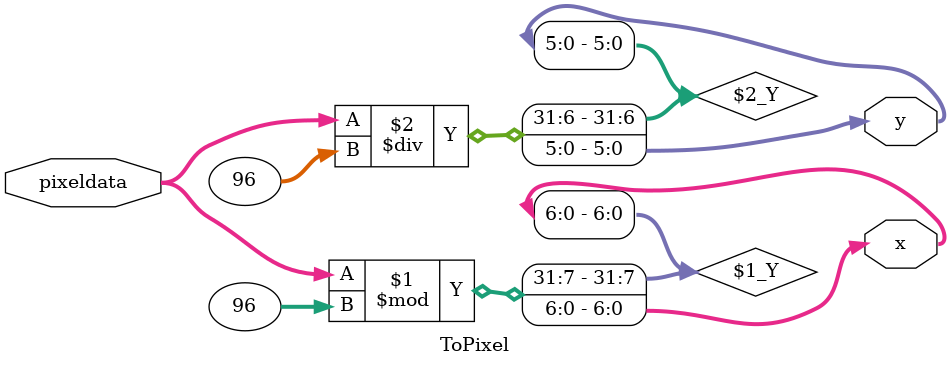
<source format=v>
`timescale 1ns / 1ps
module ToPixel(
    input [12:0] pixeldata,
    output [6:0] x,
    output [5:0] y
    );
    
    assign x = pixeldata%96;
    assign y = pixeldata/96;
endmodule

</source>
